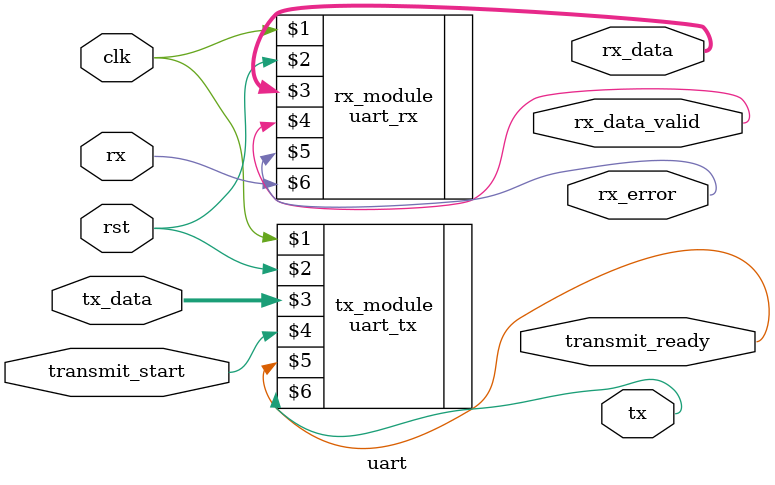
<source format=sv>
typedef enum {
	UART_IDLE,
	UART_START,
	UART_DATA,
	UART_PARITY,
	UART_STOP
} uart_state;

// UART module
module uart #(
	parameter DATA_BITS = 8, // 5 - 9
	parameter PARITY_BIT = "none", // "none", "even", or "odd"
	parameter STOP_BITS = 1 // 1 - 2
) (
	input clk,
	input rst,

	// transmit
	input [DATA_BITS-1 : 0] tx_data,
	input transmit_start,
	output transmit_ready,
	output tx,

	// receive
	output [DATA_BITS-1 : 0] rx_data,
	output rx_data_valid,
	output rx_error,
	input rx
);

	// transmit
	uart_tx #(DATA_BITS, PARITY_BIT, STOP_BITS) tx_module (clk, rst, tx_data, transmit_start, transmit_ready, tx);
		
	// receive
	uart_rx #(DATA_BITS, PARITY_BIT) rx_module (clk, rst, rx_data, rx_data_valid, rx_error, rx);

endmodule

</source>
